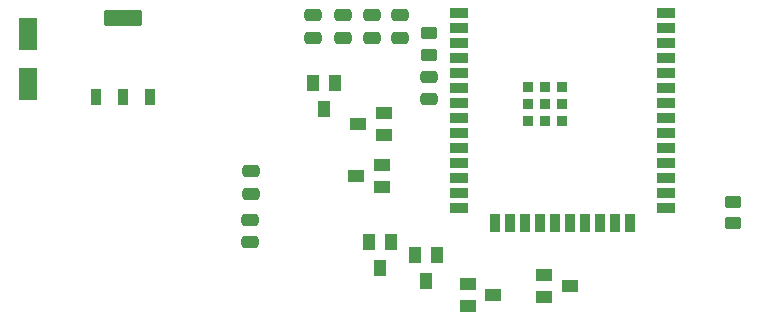
<source format=gtp>
G04 #@! TF.GenerationSoftware,KiCad,Pcbnew,(6.0.4)*
G04 #@! TF.CreationDate,2022-04-15T12:43:22+02:00*
G04 #@! TF.ProjectId,7segments_beide_groundplane,37736567-6d65-46e7-9473-5f6265696465,rev?*
G04 #@! TF.SameCoordinates,Original*
G04 #@! TF.FileFunction,Paste,Top*
G04 #@! TF.FilePolarity,Positive*
%FSLAX46Y46*%
G04 Gerber Fmt 4.6, Leading zero omitted, Abs format (unit mm)*
G04 Created by KiCad (PCBNEW (6.0.4)) date 2022-04-15 12:43:22*
%MOMM*%
%LPD*%
G01*
G04 APERTURE LIST*
G04 Aperture macros list*
%AMRoundRect*
0 Rectangle with rounded corners*
0 $1 Rounding radius*
0 $2 $3 $4 $5 $6 $7 $8 $9 X,Y pos of 4 corners*
0 Add a 4 corners polygon primitive as box body*
4,1,4,$2,$3,$4,$5,$6,$7,$8,$9,$2,$3,0*
0 Add four circle primitives for the rounded corners*
1,1,$1+$1,$2,$3*
1,1,$1+$1,$4,$5*
1,1,$1+$1,$6,$7*
1,1,$1+$1,$8,$9*
0 Add four rect primitives between the rounded corners*
20,1,$1+$1,$2,$3,$4,$5,0*
20,1,$1+$1,$4,$5,$6,$7,0*
20,1,$1+$1,$6,$7,$8,$9,0*
20,1,$1+$1,$8,$9,$2,$3,0*%
G04 Aperture macros list end*
%ADD10R,1.400000X1.000000*%
%ADD11RoundRect,0.250000X0.475000X-0.250000X0.475000X0.250000X-0.475000X0.250000X-0.475000X-0.250000X0*%
%ADD12RoundRect,0.250000X-0.475000X0.250000X-0.475000X-0.250000X0.475000X-0.250000X0.475000X0.250000X0*%
%ADD13R,1.000000X1.400000*%
%ADD14R,1.600000X2.800000*%
%ADD15RoundRect,0.250000X-0.450000X0.262500X-0.450000X-0.262500X0.450000X-0.262500X0.450000X0.262500X0*%
%ADD16RoundRect,0.093000X-0.372000X-0.562000X0.372000X-0.562000X0.372000X0.562000X-0.372000X0.562000X0*%
%ADD17RoundRect,0.131000X-1.489000X-0.524000X1.489000X-0.524000X1.489000X0.524000X-1.489000X0.524000X0*%
%ADD18R,1.500000X0.900000*%
%ADD19R,0.900000X1.500000*%
%ADD20R,0.900000X0.900000*%
G04 APERTURE END LIST*
D10*
X149300000Y-107850000D03*
X149300000Y-109750000D03*
X151500000Y-108800000D03*
D11*
X141200000Y-87000000D03*
X141200000Y-85100000D03*
X136250000Y-87000000D03*
X136250000Y-85100000D03*
D12*
X130900000Y-102400000D03*
X130900000Y-104300000D03*
D13*
X142850000Y-104300000D03*
X140950000Y-104300000D03*
X141900000Y-106500000D03*
X138100000Y-90850000D03*
X136200000Y-90850000D03*
X137150000Y-93050000D03*
D10*
X155800000Y-107050000D03*
X155800000Y-108950000D03*
X158000000Y-108000000D03*
D14*
X112050000Y-86650000D03*
X112050000Y-90950000D03*
D15*
X146000000Y-86637500D03*
X146000000Y-88462500D03*
D13*
X146750000Y-105400000D03*
X144850000Y-105400000D03*
X145800000Y-107600000D03*
D12*
X130950000Y-98300000D03*
X130950000Y-100200000D03*
D16*
X117860000Y-92031000D03*
X120150000Y-92031000D03*
X122440000Y-92031000D03*
D17*
X120150000Y-85341000D03*
D10*
X142200000Y-95250000D03*
X142200000Y-93350000D03*
X140000000Y-94300000D03*
D15*
X171800000Y-100900000D03*
X171800000Y-102725000D03*
D11*
X146000000Y-92200000D03*
X146000000Y-90300000D03*
X138750000Y-87000000D03*
X138750000Y-85100000D03*
D10*
X142100000Y-99650000D03*
X142100000Y-97750000D03*
X139900000Y-98700000D03*
D11*
X143600000Y-87000000D03*
X143600000Y-85100000D03*
D18*
X148612500Y-84890000D03*
X148612500Y-86160000D03*
X148612500Y-87430000D03*
X148612500Y-88700000D03*
X148612500Y-89970000D03*
X148612500Y-91240000D03*
X148612500Y-92510000D03*
X148612500Y-93780000D03*
X148612500Y-95050000D03*
X148612500Y-96320000D03*
X148612500Y-97590000D03*
X148612500Y-98860000D03*
X148612500Y-100130000D03*
X148612500Y-101400000D03*
D19*
X151647500Y-102650000D03*
X152917500Y-102650000D03*
X154187500Y-102650000D03*
X155457500Y-102650000D03*
X156727500Y-102650000D03*
X157997500Y-102650000D03*
X159267500Y-102650000D03*
X160537500Y-102650000D03*
X161807500Y-102650000D03*
X163077500Y-102650000D03*
D18*
X166112500Y-101400000D03*
X166112500Y-100130000D03*
X166112500Y-98860000D03*
X166112500Y-97590000D03*
X166112500Y-96320000D03*
X166112500Y-95050000D03*
X166112500Y-93780000D03*
X166112500Y-92510000D03*
X166112500Y-91240000D03*
X166112500Y-89970000D03*
X166112500Y-88700000D03*
X166112500Y-87430000D03*
X166112500Y-86160000D03*
X166112500Y-84890000D03*
D20*
X154462500Y-91210000D03*
X155862500Y-91210000D03*
X157262500Y-91210000D03*
X154462500Y-92610000D03*
X155862500Y-92610000D03*
X157262500Y-92610000D03*
X154462500Y-94010000D03*
X155862500Y-94010000D03*
X157262500Y-94010000D03*
M02*

</source>
